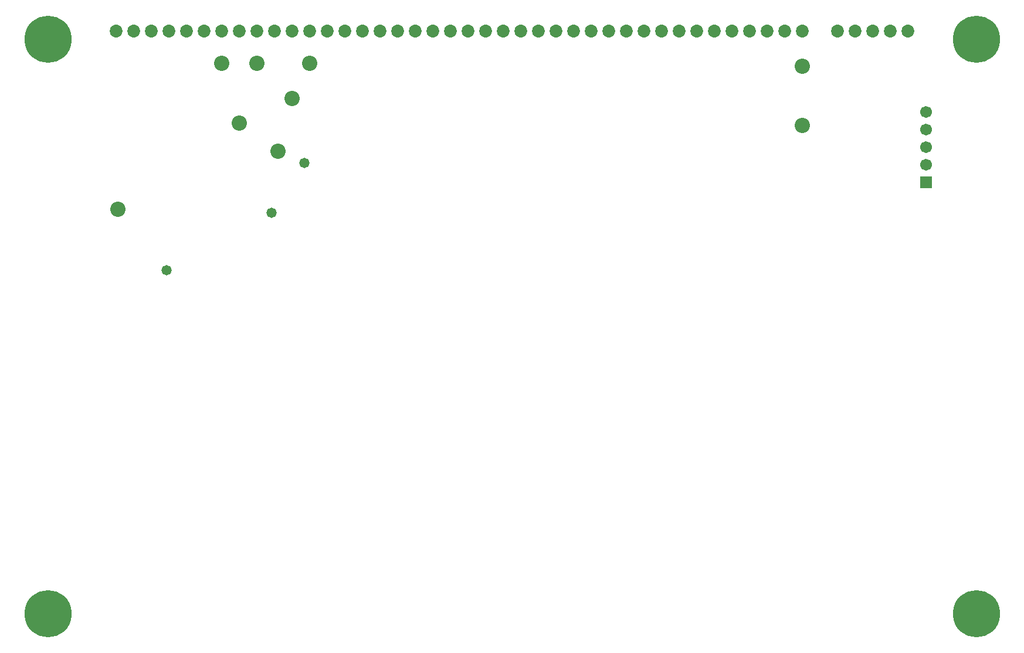
<source format=gbs>
%FSLAX23Y23*%
%MOIN*%
G70*
G01*
G75*
G04 Layer_Color=16711935*
G04:AMPARAMS|DCode=10|XSize=50mil|YSize=80mil|CornerRadius=13mil|HoleSize=0mil|Usage=FLASHONLY|Rotation=90.000|XOffset=0mil|YOffset=0mil|HoleType=Round|Shape=RoundedRectangle|*
%AMROUNDEDRECTD10*
21,1,0.050,0.055,0,0,90.0*
21,1,0.025,0.080,0,0,90.0*
1,1,0.025,0.028,0.013*
1,1,0.025,0.028,-0.013*
1,1,0.025,-0.028,-0.013*
1,1,0.025,-0.028,0.013*
%
%ADD10ROUNDEDRECTD10*%
%ADD11R,0.080X0.050*%
%ADD12O,0.018X0.041*%
%ADD13R,0.018X0.041*%
G04:AMPARAMS|DCode=14|XSize=35mil|YSize=35mil|CornerRadius=5mil|HoleSize=0mil|Usage=FLASHONLY|Rotation=0.000|XOffset=0mil|YOffset=0mil|HoleType=Round|Shape=RoundedRectangle|*
%AMROUNDEDRECTD14*
21,1,0.035,0.025,0,0,0.0*
21,1,0.025,0.035,0,0,0.0*
1,1,0.011,0.012,-0.012*
1,1,0.011,-0.012,-0.012*
1,1,0.011,-0.012,0.012*
1,1,0.011,0.012,0.012*
%
%ADD14ROUNDEDRECTD14*%
G04:AMPARAMS|DCode=15|XSize=35mil|YSize=35mil|CornerRadius=5mil|HoleSize=0mil|Usage=FLASHONLY|Rotation=90.000|XOffset=0mil|YOffset=0mil|HoleType=Round|Shape=RoundedRectangle|*
%AMROUNDEDRECTD15*
21,1,0.035,0.025,0,0,90.0*
21,1,0.025,0.035,0,0,90.0*
1,1,0.011,0.012,0.012*
1,1,0.011,0.012,-0.012*
1,1,0.011,-0.012,-0.012*
1,1,0.011,-0.012,0.012*
%
%ADD15ROUNDEDRECTD15*%
G04:AMPARAMS|DCode=16|XSize=24mil|YSize=39mil|CornerRadius=6mil|HoleSize=0mil|Usage=FLASHONLY|Rotation=0.000|XOffset=0mil|YOffset=0mil|HoleType=Round|Shape=RoundedRectangle|*
%AMROUNDEDRECTD16*
21,1,0.024,0.028,0,0,0.0*
21,1,0.012,0.039,0,0,0.0*
1,1,0.012,0.006,-0.014*
1,1,0.012,-0.006,-0.014*
1,1,0.012,-0.006,0.014*
1,1,0.012,0.006,0.014*
%
%ADD16ROUNDEDRECTD16*%
%ADD17C,0.010*%
%ADD18C,0.015*%
%ADD19C,0.079*%
%ADD20C,0.065*%
%ADD21C,0.260*%
%ADD22C,0.059*%
%ADD23R,0.059X0.059*%
%ADD24C,0.050*%
%ADD25C,0.008*%
%ADD26C,0.005*%
G04:AMPARAMS|DCode=27|XSize=58mil|YSize=88mil|CornerRadius=17mil|HoleSize=0mil|Usage=FLASHONLY|Rotation=90.000|XOffset=0mil|YOffset=0mil|HoleType=Round|Shape=RoundedRectangle|*
%AMROUNDEDRECTD27*
21,1,0.058,0.055,0,0,90.0*
21,1,0.025,0.088,0,0,90.0*
1,1,0.033,0.028,0.013*
1,1,0.033,0.028,-0.013*
1,1,0.033,-0.028,-0.013*
1,1,0.033,-0.028,0.013*
%
%ADD27ROUNDEDRECTD27*%
%ADD28R,0.088X0.058*%
%ADD29O,0.026X0.049*%
%ADD30R,0.026X0.049*%
G04:AMPARAMS|DCode=31|XSize=43mil|YSize=43mil|CornerRadius=9mil|HoleSize=0mil|Usage=FLASHONLY|Rotation=0.000|XOffset=0mil|YOffset=0mil|HoleType=Round|Shape=RoundedRectangle|*
%AMROUNDEDRECTD31*
21,1,0.043,0.025,0,0,0.0*
21,1,0.025,0.043,0,0,0.0*
1,1,0.019,0.012,-0.012*
1,1,0.019,-0.012,-0.012*
1,1,0.019,-0.012,0.012*
1,1,0.019,0.012,0.012*
%
%ADD31ROUNDEDRECTD31*%
G04:AMPARAMS|DCode=32|XSize=43mil|YSize=43mil|CornerRadius=9mil|HoleSize=0mil|Usage=FLASHONLY|Rotation=90.000|XOffset=0mil|YOffset=0mil|HoleType=Round|Shape=RoundedRectangle|*
%AMROUNDEDRECTD32*
21,1,0.043,0.025,0,0,90.0*
21,1,0.025,0.043,0,0,90.0*
1,1,0.019,0.012,0.012*
1,1,0.019,0.012,-0.012*
1,1,0.019,-0.012,-0.012*
1,1,0.019,-0.012,0.012*
%
%ADD32ROUNDEDRECTD32*%
G04:AMPARAMS|DCode=33|XSize=32mil|YSize=47mil|CornerRadius=10mil|HoleSize=0mil|Usage=FLASHONLY|Rotation=0.000|XOffset=0mil|YOffset=0mil|HoleType=Round|Shape=RoundedRectangle|*
%AMROUNDEDRECTD33*
21,1,0.032,0.028,0,0,0.0*
21,1,0.012,0.047,0,0,0.0*
1,1,0.020,0.006,-0.014*
1,1,0.020,-0.006,-0.014*
1,1,0.020,-0.006,0.014*
1,1,0.020,0.006,0.014*
%
%ADD33ROUNDEDRECTD33*%
%ADD34C,0.087*%
%ADD35C,0.073*%
%ADD36C,0.268*%
%ADD37C,0.067*%
%ADD38R,0.067X0.067*%
%ADD39C,0.058*%
D34*
X2450Y4490D02*
D03*
X6342Y4968D02*
D03*
Y5303D02*
D03*
X3360Y4820D02*
D03*
X3140Y4980D02*
D03*
X3040Y5320D02*
D03*
X3240D02*
D03*
X3440Y5120D02*
D03*
X3540Y5320D02*
D03*
D35*
X6341Y5505D02*
D03*
X6841D02*
D03*
X6941D02*
D03*
X6741D02*
D03*
X6641D02*
D03*
X6541D02*
D03*
X6241D02*
D03*
X6141D02*
D03*
X6041D02*
D03*
X5941D02*
D03*
X5841D02*
D03*
X5741D02*
D03*
X5641D02*
D03*
X5541D02*
D03*
X5441D02*
D03*
X5341D02*
D03*
X5241D02*
D03*
X5141D02*
D03*
X5041D02*
D03*
X4941D02*
D03*
X4841D02*
D03*
X4741D02*
D03*
X4641D02*
D03*
X4541D02*
D03*
X4441D02*
D03*
X4341D02*
D03*
X4241D02*
D03*
X4141D02*
D03*
X4041D02*
D03*
X3941D02*
D03*
X3841D02*
D03*
X3741D02*
D03*
X3641D02*
D03*
X3541D02*
D03*
X3441D02*
D03*
X3341D02*
D03*
X3241D02*
D03*
X3141D02*
D03*
X3041D02*
D03*
X2941D02*
D03*
X2841D02*
D03*
X2741D02*
D03*
X2641D02*
D03*
X2541D02*
D03*
X2441D02*
D03*
D36*
X2054Y5458D02*
D03*
X7330D02*
D03*
X2054Y2190D02*
D03*
X7330D02*
D03*
D37*
X7045Y5045D02*
D03*
Y4945D02*
D03*
Y4845D02*
D03*
Y4745D02*
D03*
D38*
Y4645D02*
D03*
D39*
X2728Y4143D02*
D03*
X3324Y4470D02*
D03*
X3512Y4754D02*
D03*
M02*

</source>
